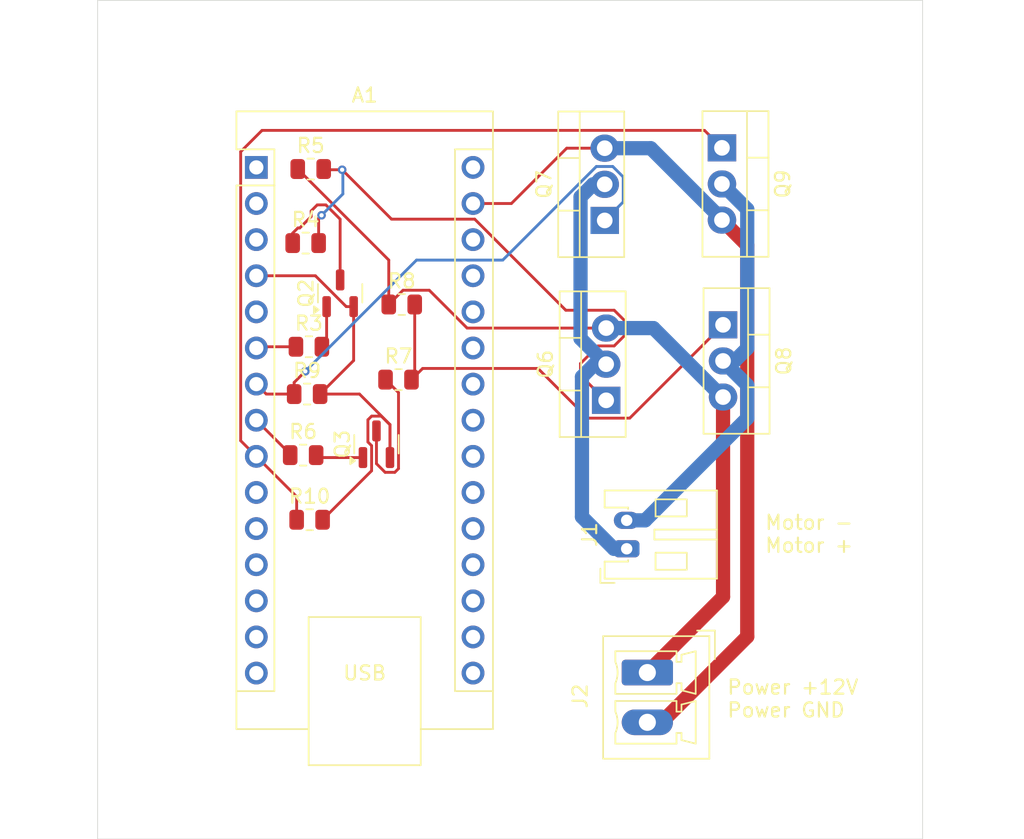
<source format=kicad_pcb>
(kicad_pcb (version 20241229) (generator "pcbnew") (generator_version "9.0")
  (layers (0 "F.Cu" signal) (2 "B.Cu" signal) (13 "F.Paste" user) (15 "B.Paste" user) (5 "F.SilkS" user "F.Silkscreen") (7 "B.SilkS" user "B.Silkscreen") (1 "F.Mask" user) (3 "B.Mask" user) (25 "Edge.Cuts" user))
  (net 0 "")
  (net 5 "LeftHigh")
  (net 7 "RightHigh")
  (net 15 "RightLow")
  (net 16 "GND")
  (net 26 "LeftLow")
  (net 30 "Net-(Q2-B)")
  (net 31 "Net-(Q2-C)")
  (net 32 "Net-(Q3-C)")
  (net 33 "Net-(Q3-B)")
  (net 34 "/Motor+")
  (net 35 "+12V")
  (net 36 "Net-(Q6-G)")
  (net 37 "Net-(Q8-G)")
  (net 38 "/Motor-")
  (footprint "Resistor_SMD:R_0805_2012Metric" (layer "F.Cu") (at 627.6848 350.1898)
    (property "Reference" "R10" (at 0 -1.65 0) (layer "F.SilkS"))
    (property "Value" "10k")
    (fp_line (start -0.227064 -0.735) (end 0.227064 -0.735) (stroke (width 0.12)) (layer "F.SilkS"))
    (fp_line (start -0.227064 0.735) (end 0.227064 0.735) (stroke (width 0.12)) (layer "F.SilkS"))
    (pad "1" smd roundrect (at -0.9125 0) (size 1.025 1.4) (layers "F.Cu" "F.Mask" "F.Paste") (roundrect_rratio 0.243902) (net 15 "RightLow"))
    (pad "2" smd roundrect (at 0.9125 0) (size 1.025 1.4) (layers "F.Cu" "F.Mask" "F.Paste") (roundrect_rratio 0.243902) (net 16 "GND"))
  )
  (footprint "Resistor_SMD:R_0805_2012Metric" (layer "F.Cu") (at 633.9351 340.3346)
    (property "Reference" "R7" (at 0 -1.65 0) (layer "F.SilkS"))
    (property "Value" "330")
    (fp_line (start -0.227064 -0.735) (end 0.227064 -0.735) (stroke (width 0.12)) (layer "F.SilkS"))
    (fp_line (start -0.227064 0.735) (end 0.227064 0.735) (stroke (width 0.12)) (layer "F.SilkS"))
    (pad "1" smd roundrect (at -0.9125 0) (size 1.025 1.4) (layers "F.Cu" "F.Mask" "F.Paste") (roundrect_rratio 0.243902) (net 32 "Net-(Q3-C)"))
    (pad "2" smd roundrect (at 0.9125 0) (size 1.025 1.4) (layers "F.Cu" "F.Mask" "F.Paste") (roundrect_rratio 0.243902) (net 37 "Net-(Q8-G)"))
  )
  (footprint "Package_TO_SOT_THT:TO-220-3_Vertical" (layer "F.Cu") (at 656.7566 336.482201 -90)
    (property "Reference" "Q8" (at 2.54 -4.27 90) (layer "F.SilkS"))
    (property "Value" "IRF4905")
    (fp_line (start -2.58 1.371) (end 7.66 1.371) (stroke (width 0.12)) (layer "F.SilkS"))
    (fp_line (start -2.58 -1.76) (end 7.66 -1.76) (stroke (width 0.12)) (layer "F.SilkS"))
    (fp_line (start -2.58 -3.27) (end -2.58 1.371) (stroke (width 0.12)) (layer "F.SilkS"))
    (fp_line (start -2.58 -3.27) (end 7.66 -3.27) (stroke (width 0.12)) (layer "F.SilkS"))
    (fp_line (start 0.69 -3.27) (end 0.69 -1.76) (stroke (width 0.12)) (layer "F.SilkS"))
    (fp_line (start 4.391 -3.27) (end 4.391 -1.76) (stroke (width 0.12)) (layer "F.SilkS"))
    (fp_line (start 7.66 -3.27) (end 7.66 1.371) (stroke (width 0.12)) (layer "F.SilkS"))
    (pad "1" thru_hole rect (at 0 0 270) (size 1.905 2) (drill 1.1) (layers "*.Cu" "*.Mask") (net 37 "Net-(Q8-G)"))
    (pad "2" thru_hole oval (at 2.54 0 270) (size 1.905 2) (drill 1.1) (layers "*.Cu" "*.Mask") (net 38 "/Motor-"))
    (pad "3" thru_hole oval (at 5.08 0 270) (size 1.905 2) (drill 1.1) (layers "*.Cu" "*.Mask") (net 35 "+12V"))
  )
  (footprint "MountingHole:MountingHole_3.2mm_M3_DIN965" (layer "F.Cu") (at 665.3784 318.3128)
    (property "Reference" "REF**" (hide yes))
    (property "Value" "MountingHole_3.2mm_M3_DIN965")
    (pad "" np_thru_hole circle (at 0 0) (size 3.2 3.2) (drill 3.2) (layers "*.Cu" "*.Mask"))
  )
  (footprint "Resistor_SMD:R_0805_2012Metric" (layer "F.Cu") (at 627.634 338.0232)
    (property "Reference" "R3" (at 0 -1.65 0) (layer "F.SilkS"))
    (property "Value" "330")
    (fp_line (start -0.227064 -0.735) (end 0.227064 -0.735) (stroke (width 0.12)) (layer "F.SilkS"))
    (fp_line (start -0.227064 0.735) (end 0.227064 0.735) (stroke (width 0.12)) (layer "F.SilkS"))
    (pad "1" smd roundrect (at -0.9125 0) (size 1.025 1.4) (layers "F.Cu" "F.Mask" "F.Paste") (roundrect_rratio 0.243902) (net 5 "LeftHigh"))
    (pad "2" smd roundrect (at 0.9125 0) (size 1.025 1.4) (layers "F.Cu" "F.Mask" "F.Paste") (roundrect_rratio 0.243902) (net 30 "Net-(Q2-B)"))
  )
  (footprint "Resistor_SMD:R_0805_2012Metric" (layer "F.Cu") (at 627.4054 330.7334)
    (property "Reference" "R4" (at 0 -1.65 0) (layer "F.SilkS"))
    (property "Value" "330")
    (fp_line (start -0.227064 -0.735) (end 0.227064 -0.735) (stroke (width 0.12)) (layer "F.SilkS"))
    (fp_line (start -0.227064 0.735) (end 0.227064 0.735) (stroke (width 0.12)) (layer "F.SilkS"))
    (pad "1" smd roundrect (at -0.9125 0) (size 1.025 1.4) (layers "F.Cu" "F.Mask" "F.Paste") (roundrect_rratio 0.243902) (net 31 "Net-(Q2-C)"))
    (pad "2" smd roundrect (at 0.9125 0) (size 1.025 1.4) (layers "F.Cu" "F.Mask" "F.Paste") (roundrect_rratio 0.243902) (net 36 "Net-(Q6-G)"))
  )
  (footprint "Module:Arduino_Nano" (layer "F.Cu") (at 623.9363 325.4108)
    (property "Reference" "A1" (at 7.62 -5.08 0) (layer "F.SilkS"))
    (property "Value" "Arduino_Nano_ESP32")
    (fp_line (start -1.4 -3.94) (end -1.4 -1.27) (stroke (width 0.12)) (layer "F.SilkS"))
    (fp_line (start -1.4 1.27) (end -1.4 39.5) (stroke (width 0.12)) (layer "F.SilkS"))
    (fp_line (start -1.4 39.5) (end 3.68 39.5) (stroke (width 0.12)) (layer "F.SilkS"))
    (fp_line (start 1.27 -1.27) (end -1.4 -1.27) (stroke (width 0.12)) (layer "F.SilkS"))
    (fp_line (start 1.27 1.27) (end -1.4 1.27) (stroke (width 0.12)) (layer "F.SilkS"))
    (fp_line (start 1.27 1.27) (end 1.27 -1.27) (stroke (width 0.12)) (layer "F.SilkS"))
    (fp_line (start 1.27 1.27) (end 1.27 36.83) (stroke (width 0.12)) (layer "F.SilkS"))
    (fp_line (start 1.27 36.83) (end -1.4 36.83) (stroke (width 0.12)) (layer "F.SilkS"))
    (fp_line (start 3.68 31.62) (end 11.56 31.62) (stroke (width 0.12)) (layer "F.SilkS"))
    (fp_line (start 3.68 42.04) (end 3.68 31.62) (stroke (width 0.12)) (layer "F.SilkS"))
    (fp_line (start 11.56 31.62) (end 11.56 42.04) (stroke (width 0.12)) (layer "F.SilkS"))
    (fp_line (start 11.56 42.04) (end 3.68 42.04) (stroke (width 0.12)) (layer "F.SilkS"))
    (fp_line (start 13.97 -1.27) (end 13.97 36.83) (stroke (width 0.12)) (layer "F.SilkS"))
    (fp_line (start 13.97 -1.27) (end 16.64 -1.27) (stroke (width 0.12)) (layer "F.SilkS"))
    (fp_line (start 13.97 36.83) (end 16.64 36.83) (stroke (width 0.12)) (layer "F.SilkS"))
    (fp_line (start 16.64 -3.94) (end -1.4 -3.94) (stroke (width 0.12)) (layer "F.SilkS"))
    (fp_line (start 16.64 39.5) (end 11.56 39.5) (stroke (width 0.12)) (layer "F.SilkS"))
    (fp_line (start 16.64 39.5) (end 16.64 -3.94) (stroke (width 0.12)) (layer "F.SilkS"))
    (fp_text user "USB" (at 7.62 35.56 0) (layer "F.SilkS"))
    (pad "1" thru_hole rect (at 0 0) (size 1.6 1.6) (drill 1) (layers "*.Cu" "*.Mask"))
    (pad "2" thru_hole oval (at 0 2.54) (size 1.6 1.6) (drill 1) (layers "*.Cu" "*.Mask"))
    (pad "3" thru_hole oval (at 0 5.08) (size 1.6 1.6) (drill 1) (layers "*.Cu" "*.Mask"))
    (pad "4" thru_hole oval (at 0 7.62) (size 1.6 1.6) (drill 1) (layers "*.Cu" "*.Mask") (net 16 "GND"))
    (pad "5" thru_hole oval (at 0 10.16) (size 1.6 1.6) (drill 1) (layers "*.Cu" "*.Mask"))
    (pad "6" thru_hole oval (at 0 12.7) (size 1.6 1.6) (drill 1) (layers "*.Cu" "*.Mask") (net 5 "LeftHigh"))
    (pad "7" thru_hole oval (at 0 15.24) (size 1.6 1.6) (drill 1) (layers "*.Cu" "*.Mask") (net 26 "LeftLow"))
    (pad "8" thru_hole oval (at 0 17.78) (size 1.6 1.6) (drill 1) (layers "*.Cu" "*.Mask") (net 7 "RightHigh"))
    (pad "9" thru_hole oval (at 0 20.32) (size 1.6 1.6) (drill 1) (layers "*.Cu" "*.Mask") (net 15 "RightLow"))
    (pad "10" thru_hole oval (at 0 22.86) (size 1.6 1.6) (drill 1) (layers "*.Cu" "*.Mask"))
    (pad "11" thru_hole oval (at 0 25.4) (size 1.6 1.6) (drill 1) (layers "*.Cu" "*.Mask"))
    (pad "12" thru_hole oval (at 0 27.94) (size 1.6 1.6) (drill 1) (layers "*.Cu" "*.Mask"))
    (pad "13" thru_hole oval (at 0 30.48) (size 1.6 1.6) (drill 1) (layers "*.Cu" "*.Mask"))
    (pad "14" thru_hole oval (at 0 33.02) (size 1.6 1.6) (drill 1) (layers "*.Cu" "*.Mask"))
    (pad "15" thru_hole oval (at 0 35.56) (size 1.6 1.6) (drill 1) (layers "*.Cu" "*.Mask"))
    (pad "16" thru_hole oval (at 15.24 35.56) (size 1.6 1.6) (drill 1) (layers "*.Cu" "*.Mask"))
    (pad "17" thru_hole oval (at 15.24 33.02) (size 1.6 1.6) (drill 1) (layers "*.Cu" "*.Mask"))
    (pad "18" thru_hole oval (at 15.24 30.48) (size 1.6 1.6) (drill 1) (layers "*.Cu" "*.Mask"))
    (pad "19" thru_hole oval (at 15.24 27.94) (size 1.6 1.6) (drill 1) (layers "*.Cu" "*.Mask"))
    (pad "20" thru_hole oval (at 15.24 25.4) (size 1.6 1.6) (drill 1) (layers "*.Cu" "*.Mask"))
    (pad "21" thru_hole oval (at 15.24 22.86) (size 1.6 1.6) (drill 1) (layers "*.Cu" "*.Mask"))
    (pad "22" thru_hole oval (at 15.24 20.32) (size 1.6 1.6) (drill 1) (layers "*.Cu" "*.Mask"))
    (pad "23" thru_hole oval (at 15.24 17.78) (size 1.6 1.6) (drill 1) (layers "*.Cu" "*.Mask"))
    (pad "24" thru_hole oval (at 15.24 15.24) (size 1.6 1.6) (drill 1) (layers "*.Cu" "*.Mask"))
    (pad "25" thru_hole oval (at 15.24 12.7) (size 1.6 1.6) (drill 1) (layers "*.Cu" "*.Mask"))
    (pad "26" thru_hole oval (at 15.24 10.16) (size 1.6 1.6) (drill 1) (layers "*.Cu" "*.Mask"))
    (pad "27" thru_hole oval (at 15.24 7.62) (size 1.6 1.6) (drill 1) (layers "*.Cu" "*.Mask"))
    (pad "28" thru_hole oval (at 15.24 5.08) (size 1.6 1.6) (drill 1) (layers "*.Cu" "*.Mask"))
    (pad "29" thru_hole oval (at 15.24 2.54) (size 1.6 1.6) (drill 1) (layers "*.Cu" "*.Mask") (net 16 "GND"))
    (pad "30" thru_hole oval (at 15.24 0) (size 1.6 1.6) (drill 1) (layers "*.Cu" "*.Mask"))
  )
  (footprint "Connector_TE-Connectivity:TE_440055-2_1x02_P2.00mm_Horizontal" (layer "F.Cu") (at 649.98 352.230201 90)
    (property "Reference" "J1" (at 1 -2.6 90) (layer "F.SilkS"))
    (property "Value" "Conn_01x02")
    (fp_line (start -2.4 -1.85) (end -1.4 -1.85) (stroke (width 0.12)) (layer "F.SilkS"))
    (fp_line (start -2.4 -1.85) (end -2.4 -0.85) (stroke (width 0.12)) (layer "F.SilkS"))
    (fp_line (start 4.1 -1.55) (end 2.9 -1.55) (stroke (width 0.12)) (layer "F.SilkS"))
    (fp_line (start 2.9 -1.55) (end 2.9 0.1) (stroke (width 0.12)) (layer "F.SilkS"))
    (fp_line (start -0.9 -1.55) (end -2.1 -1.55) (stroke (width 0.12)) (layer "F.SilkS"))
    (fp_line (start -2.1 -1.55) (end -2.1 6.35) (stroke (width 0.12)) (layer "F.SilkS"))
    (fp_line (start 2.9 0.1) (end 2.8 0.1) (stroke (width 0.12)) (layer "F.SilkS"))
    (fp_line (start -0.8 0.1) (end -0.9 0.1) (stroke (width 0.12)) (layer "F.SilkS"))
    (fp_line (start -0.9 0.1) (end -0.9 -1.55) (stroke (width 0.12)) (layer "F.SilkS"))
    (fp_line (start 1.35 1.95) (end 1.35 6.35) (stroke (width 0.12)) (layer "F.SilkS"))
    (fp_line (start 0.65 1.95) (end 1.35 1.95) (stroke (width 0.12)) (layer "F.SilkS"))
    (fp_line (start 0.65 1.95) (end 0.65 6.35) (stroke (width 0.12)) (layer "F.SilkS"))
    (fp_line (start 4.1 6.35) (end 4.1 -1.55) (stroke (width 0.12)) (layer "F.SilkS"))
    (fp_line (start -2.1 6.35) (end 4.1 6.35) (stroke (width 0.12)) (layer "F.SilkS"))
    (fp_rect (start 2.275 2.03) (end 3.475 4.23) (stroke (width 0.12)) (fill no) (layer "F.SilkS"))
    (fp_rect (start -1.475 2.03) (end -0.275 4.23) (stroke (width 0.12)) (fill no) (layer "F.SilkS"))
    (pad "1" thru_hole roundrect (at 0 0 90) (size 1.2 1.8) (drill 0.8) (layers "*.Cu" "*.Mask") (net 34 "/Motor+"))
    (pad "2" thru_hole oval (at 2 0 90) (size 1.2 1.8) (drill 0.8) (layers "*.Cu" "*.Mask") (net 38 "/Motor-"))
  )
  (footprint "MountingHole:MountingHole_3.2mm_M3_DIN965" (layer "F.Cu") (at 618.4646 367.4364)
    (property "Reference" "REF**" (hide yes))
    (property "Value" "MountingHole_3.2mm_M3_DIN965")
    (pad "" np_thru_hole circle (at 0 0) (size 3.2 3.2) (drill 3.2) (layers "*.Cu" "*.Mask"))
  )
  (footprint "MountingHole:MountingHole_3.2mm_M3_DIN965" (layer "F.Cu") (at 618.4646 318.3128)
    (property "Reference" "REF**" (hide yes))
    (property "Value" "MountingHole_3.2mm_M3_DIN965")
    (pad "" np_thru_hole circle (at 0 0) (size 3.2 3.2) (drill 3.2) (layers "*.Cu" "*.Mask"))
  )
  (footprint "Resistor_SMD:R_0805_2012Metric" (layer "F.Cu") (at 627.2295 345.6432)
    (property "Reference" "R6" (at 0 -1.65 0) (layer "F.SilkS"))
    (property "Value" "330")
    (fp_line (start -0.227064 -0.735) (end 0.227064 -0.735) (stroke (width 0.12)) (layer "F.SilkS"))
    (fp_line (start -0.227064 0.735) (end 0.227064 0.735) (stroke (width 0.12)) (layer "F.SilkS"))
    (pad "1" smd roundrect (at -0.9125 0) (size 1.025 1.4) (layers "F.Cu" "F.Mask" "F.Paste") (roundrect_rratio 0.243902) (net 7 "RightHigh"))
    (pad "2" smd roundrect (at 0.9125 0) (size 1.025 1.4) (layers "F.Cu" "F.Mask" "F.Paste") (roundrect_rratio 0.243902) (net 33 "Net-(Q3-B)"))
  )
  (footprint "MountingHole:MountingHole_3.2mm_M3_DIN965" (layer "F.Cu") (at 665.3784 367.4364)
    (property "Reference" "REF**" (hide yes))
    (property "Value" "MountingHole_3.2mm_M3_DIN965")
    (pad "" np_thru_hole circle (at 0 0) (size 3.2 3.2) (drill 3.2) (layers "*.Cu" "*.Mask"))
  )
  (footprint "Resistor_SMD:R_0805_2012Metric" (layer "F.Cu") (at 634.1618 335.0514)
    (property "Reference" "R8" (at 0 -1.65 0) (layer "F.SilkS"))
    (property "Value" "10k")
    (fp_line (start -0.227064 -0.735) (end 0.227064 -0.735) (stroke (width 0.12)) (layer "F.SilkS"))
    (fp_line (start -0.227064 0.735) (end 0.227064 0.735) (stroke (width 0.12)) (layer "F.SilkS"))
    (pad "1" smd roundrect (at -0.9125 0) (size 1.025 1.4) (layers "F.Cu" "F.Mask" "F.Paste") (roundrect_rratio 0.243902) (net 35 "+12V"))
    (pad "2" smd roundrect (at 0.9125 0) (size 1.025 1.4) (layers "F.Cu" "F.Mask" "F.Paste") (roundrect_rratio 0.243902) (net 37 "Net-(Q8-G)"))
  )
  (footprint "Connector_Phoenix_MC:PhoenixContact_MCV_1,5_2-G-3.5_1x02_P3.50mm_Vertical" (layer "F.Cu") (at 651.4338 360.934 -90)
    (property "Reference" "J2" (at 1.651 4.7244 90) (layer "F.SilkS"))
    (property "Value" "Conn_01x02")
    (fp_line (start -2.56 3.11) (end 6.06 3.11) (stroke (width 0.12)) (layer "F.SilkS"))
    (fp_line (start 6.06 3.11) (end 6.06 -4.36) (stroke (width 0.12)) (layer "F.SilkS"))
    (fp_line (start -1.5 2.25) (end -1.5 -2.05) (stroke (width 0.12)) (layer "F.SilkS"))
    (fp_line (start -0.75 2.25) (end -1.5 2.25) (stroke (width 0.12)) (layer "F.SilkS"))
    (fp_line (start 1.5 2.25) (end 0.75 2.25) (stroke (width 0.12)) (layer "F.SilkS"))
    (fp_line (start 2 2.25) (end 2 -2.05) (stroke (width 0.12)) (layer "F.SilkS"))
    (fp_line (start 2.75 2.25) (end 2 2.25) (stroke (width 0.12)) (layer "F.SilkS"))
    (fp_line (start 5 2.25) (end 4.25 2.25) (stroke (width 0.12)) (layer "F.SilkS"))
    (fp_line (start -1.5 -2.05) (end -0.75 -2.05) (stroke (width 0.12)) (layer "F.SilkS"))
    (fp_line (start -0.75 -2.05) (end -0.75 -2.4) (stroke (width 0.12)) (layer "F.SilkS"))
    (fp_line (start 0.75 -2.05) (end 1.5 -2.05) (stroke (width 0.12)) (layer "F.SilkS"))
    (fp_line (start 1.5 -2.05) (end 1.5 2.25) (stroke (width 0.12)) (layer "F.SilkS"))
    (fp_line (start 2 -2.05) (end 2.75 -2.05) (stroke (width 0.12)) (layer "F.SilkS"))
    (fp_line (start 2.75 -2.05) (end 2.75 -2.4) (stroke (width 0.12)) (layer "F.SilkS"))
    (fp_line (start 4.25 -2.05) (end 5 -2.05) (stroke (width 0.12)) (layer "F.SilkS"))
    (fp_line (start 5 -2.05) (end 5 2.25) (stroke (width 0.12)) (layer "F.SilkS"))
    (fp_line (start -1.25 -2.4) (end -1.5 -3.4) (stroke (width 0.12)) (layer "F.SilkS"))
    (fp_line (start -0.75 -2.4) (end -1.25 -2.4) (stroke (width 0.12)) (layer "F.SilkS"))
    (fp_line (start 0.75 -2.4) (end 0.75 -2.05) (stroke (width 0.12)) (layer "F.SilkS"))
    (fp_line (start 1.25 -2.4) (end 0.75 -2.4) (stroke (width 0.12)) (layer "F.SilkS"))
    (fp_line (start 2.25 -2.4) (end 2 -3.4) (stroke (width 0.12)) (layer "F.SilkS"))
    (fp_line (start 2.75 -2.4) (end 2.25 -2.4) (stroke (width 0.12)) (layer "F.SilkS"))
    (fp_line (start 4.25 -2.4) (end 4.25 -2.05) (stroke (width 0.12)) (layer "F.SilkS"))
    (fp_line (start 4.75 -2.4) (end 4.25 -2.4) (stroke (width 0.12)) (layer "F.SilkS"))
    (fp_line (start -1.5 -3.4) (end 1.5 -3.4) (stroke (width 0.12)) (layer "F.SilkS"))
    (fp_line (start 1.5 -3.4) (end 1.25 -2.4) (stroke (width 0.12)) (layer "F.SilkS"))
    (fp_line (start 2 -3.4) (end 5 -3.4) (stroke (width 0.12)) (layer "F.SilkS"))
    (fp_line (start 5 -3.4) (end 4.75 -2.4) (stroke (width 0.12)) (layer "F.SilkS"))
    (fp_line (start -2.95 -3.5) (end -2.95 -4.75) (stroke (width 0.12)) (layer "F.SilkS"))
    (fp_line (start -2.56 -4.36) (end -2.56 3.11) (stroke (width 0.12)) (layer "F.SilkS"))
    (fp_line (start 6.06 -4.36) (end -2.56 -4.36) (stroke (width 0.12)) (layer "F.SilkS"))
    (fp_line (start -2.95 -4.75) (end -0.95 -4.75) (stroke (width 0.12)) (layer "F.SilkS"))
    (fp_arc (start -0.75 2.25) (mid -0.000193 2.09191) (end 0.749647 2.249844) (stroke (width 0.12)) (layer "F.SilkS"))
    (fp_arc (start 2.75 2.25) (mid 3.499807 2.09191) (end 4.249647 2.249844) (stroke (width 0.12)) (layer "F.SilkS"))
    (pad "1" thru_hole roundrect (at 0 0 270) (size 1.8 3.6) (drill 1.2) (layers "*.Cu" "*.Mask") (roundrect_rratio 0.138889) (net 35 "+12V"))
    (pad "2" thru_hole oval (at 3.5 0 270) (size 1.8 3.6) (drill 1.2) (layers "*.Cu" "*.Mask") (net 16 "GND"))
  )
  (footprint "Package_TO_SOT_SMD:SOT-23" (layer "F.Cu") (at 632.3838 344.8789 90)
    (property "Reference" "Q3" (at 0 -2.4 90) (layer "F.SilkS"))
    (property "Value" "MMBT5551L")
    (fp_line (start 0 -1.56) (end 0.65 -1.56) (stroke (width 0.12)) (layer "F.SilkS"))
    (fp_line (start 0 -1.56) (end -0.65 -1.56) (stroke (width 0.12)) (layer "F.SilkS"))
    (fp_line (start 0 1.56) (end 0.65 1.56) (stroke (width 0.12)) (layer "F.SilkS"))
    (fp_line (start 0 1.56) (end -0.65 1.56) (stroke (width 0.12)) (layer "F.SilkS"))
    (fp_poly (pts (xy -1.1625 -1.51) (xy -1.4025 -1.84) (xy -0.9225 -1.84) (xy -1.1625 -1.51)) (stroke (width 0.12)) (fill yes) (layer "F.SilkS"))
    (pad "1" smd roundrect (at -0.9375 -0.95 90) (size 1.475 0.6) (layers "F.Cu" "F.Mask" "F.Paste") (net 33 "Net-(Q3-B)"))
    (pad "2" smd roundrect (at -0.9375 0.95 90) (size 1.475 0.6) (layers "F.Cu" "F.Mask" "F.Paste") (net 16 "GND"))
    (pad "3" smd roundrect (at 0.9375 0 90) (size 1.475 0.6) (layers "F.Cu" "F.Mask" "F.Paste") (net 32 "Net-(Q3-C)"))
  )
  (footprint "Package_TO_SOT_THT:TO-220-3_Vertical" (layer "F.Cu") (at 648.5374 341.790801 90)
    (property "Reference" "Q6" (at 2.54 -4.27 90) (layer "F.SilkS"))
    (property "Value" "IRF4905")
    (fp_line (start 7.66 -3.27) (end 7.66 1.371) (stroke (width 0.12)) (layer "F.SilkS"))
    (fp_line (start 4.391 -3.27) (end 4.391 -1.76) (stroke (width 0.12)) (layer "F.SilkS"))
    (fp_line (start 0.69 -3.27) (end 0.69 -1.76) (stroke (width 0.12)) (layer "F.SilkS"))
    (fp_line (start -2.58 -3.27) (end 7.66 -3.27) (stroke (width 0.12)) (layer "F.SilkS"))
    (fp_line (start -2.58 -3.27) (end -2.58 1.371) (stroke (width 0.12)) (layer "F.SilkS"))
    (fp_line (start -2.58 -1.76) (end 7.66 -1.76) (stroke (width 0.12)) (layer "F.SilkS"))
    (fp_line (start -2.58 1.371) (end 7.66 1.371) (stroke (width 0.12)) (layer "F.SilkS"))
    (pad "1" thru_hole rect (at 0 0 90) (size 1.905 2) (drill 1.1) (layers "*.Cu" "*.Mask") (net 36 "Net-(Q6-G)"))
    (pad "2" thru_hole oval (at 2.54 0 90) (size 1.905 2) (drill 1.1) (layers "*.Cu" "*.Mask") (net 34 "/Motor+"))
    (pad "3" thru_hole oval (at 5.08 0 90) (size 1.905 2) (drill 1.1) (layers "*.Cu" "*.Mask") (net 35 "+12V"))
  )
  (footprint "Resistor_SMD:R_0805_2012Metric" (layer "F.Cu") (at 627.5089 341.3506)
    (property "Reference" "R9" (at 0 -1.65 0) (layer "F.SilkS"))
    (property "Value" "10k")
    (fp_line (start -0.227064 -0.735) (end 0.227064 -0.735) (stroke (width 0.12)) (layer "F.SilkS"))
    (fp_line (start -0.227064 0.735) (end 0.227064 0.735) (stroke (width 0.12)) (layer "F.SilkS"))
    (pad "1" smd roundrect (at -0.9125 0) (size 1.025 1.4) (layers "F.Cu" "F.Mask" "F.Paste") (roundrect_rratio 0.243902) (net 26 "LeftLow"))
    (pad "2" smd roundrect (at 0.9125 0) (size 1.025 1.4) (layers "F.Cu" "F.Mask" "F.Paste") (roundrect_rratio 0.243902) (net 16 "GND"))
  )
  (footprint "Package_TO_SOT_THT:TO-220-3_Vertical" (layer "F.Cu") (at 648.4358 329.141601 90)
    (property "Reference" "Q7" (at 2.54 -4.27 90) (layer "F.SilkS"))
    (property "Value" "IRF3205")
    (fp_line (start 7.66 -3.27) (end 7.66 1.371) (stroke (width 0.12)) (layer "F.SilkS"))
    (fp_line (start 4.391 -3.27) (end 4.391 -1.76) (stroke (width 0.12)) (layer "F.SilkS"))
    (fp_line (start 0.69 -3.27) (end 0.69 -1.76) (stroke (width 0.12)) (layer "F.SilkS"))
    (fp_line (start -2.58 -3.27) (end 7.66 -3.27) (stroke (width 0.12)) (layer "F.SilkS"))
    (fp_line (start -2.58 -3.27) (end -2.58 1.371) (stroke (width 0.12)) (layer "F.SilkS"))
    (fp_line (start -2.58 -1.76) (end 7.66 -1.76) (stroke (width 0.12)) (layer "F.SilkS"))
    (fp_line (start -2.58 1.371) (end 7.66 1.371) (stroke (width 0.12)) (layer "F.SilkS"))
    (pad "1" thru_hole rect (at 0 0 90) (size 1.905 2) (drill 1.1) (layers "*.Cu" "*.Mask") (net 26 "LeftLow"))
    (pad "2" thru_hole oval (at 2.54 0 90) (size 1.905 2) (drill 1.1) (layers "*.Cu" "*.Mask") (net 34 "/Motor+"))
    (pad "3" thru_hole oval (at 5.08 0 90) (size 1.905 2) (drill 1.1) (layers "*.Cu" "*.Mask") (net 16 "GND"))
  )
  (footprint "Package_TO_SOT_THT:TO-220-3_Vertical" (layer "F.Cu") (at 656.6804 324.036201 -90)
    (property "Reference" "Q9" (at 2.54 -4.27 90) (layer "F.SilkS"))
    (property "Value" "IRF3205")
    (fp_line (start -2.58 1.371) (end 7.66 1.371) (stroke (width 0.12)) (layer "F.SilkS"))
    (fp_line (start -2.58 -1.76) (end 7.66 -1.76) (stroke (width 0.12)) (layer "F.SilkS"))
    (fp_line (start -2.58 -3.27) (end -2.58 1.371) (stroke (width 0.12)) (layer "F.SilkS"))
    (fp_line (start -2.58 -3.27) (end 7.66 -3.27) (stroke (width 0.12)) (layer "F.SilkS"))
    (fp_line (start 0.69 -3.27) (end 0.69 -1.76) (stroke (width 0.12)) (layer "F.SilkS"))
    (fp_line (start 4.391 -3.27) (end 4.391 -1.76) (stroke (width 0.12)) (layer "F.SilkS"))
    (fp_line (start 7.66 -3.27) (end 7.66 1.371) (stroke (width 0.12)) (layer "F.SilkS"))
    (pad "1" thru_hole rect (at 0 0 270) (size 1.905 2) (drill 1.1) (layers "*.Cu" "*.Mask") (net 15 "RightLow"))
    (pad "2" thru_hole oval (at 2.54 0 270) (size 1.905 2) (drill 1.1) (layers "*.Cu" "*.Mask") (net 38 "/Motor-"))
    (pad "3" thru_hole oval (at 5.08 0 270) (size 1.905 2) (drill 1.1) (layers "*.Cu" "*.Mask") (net 16 "GND"))
  )
  (footprint "Package_TO_SOT_SMD:SOT-23" (layer "F.Cu") (at 629.8297 334.264 90)
    (property "Reference" "Q2" (at 0 -2.4 90) (layer "F.SilkS"))
    (property "Value" "MMBT5551L")
    (fp_line (start 0 -1.56) (end 0.65 -1.56) (stroke (width 0.12)) (layer "F.SilkS"))
    (fp_line (start 0 -1.56) (end -0.65 -1.56) (stroke (width 0.12)) (layer "F.SilkS"))
    (fp_line (start 0 1.56) (end 0.65 1.56) (stroke (width 0.12)) (layer "F.SilkS"))
    (fp_line (start 0 1.56) (end -0.65 1.56) (stroke (width 0.12)) (layer "F.SilkS"))
    (fp_poly (pts (xy -1.1625 -1.51) (xy -1.4025 -1.84) (xy -0.9225 -1.84) (xy -1.1625 -1.51)) (stroke (width 0.12)) (fill yes) (layer "F.SilkS"))
    (pad "1" smd roundrect (at -0.9375 -0.95 90) (size 1.475 0.6) (layers "F.Cu" "F.Mask" "F.Paste") (net 30 "Net-(Q2-B)"))
    (pad "2" smd roundrect (at -0.9375 0.95 90) (size 1.475 0.6) (layers "F.Cu" "F.Mask" "F.Paste") (net 16 "GND"))
    (pad "3" smd roundrect (at 0.9375 0 90) (size 1.475 0.6) (layers "F.Cu" "F.Mask" "F.Paste") (net 31 "Net-(Q2-C)"))
  )
  (footprint "Resistor_SMD:R_0805_2012Metric" (layer "F.Cu") (at 627.761 325.5264)
    (property "Reference" "R5" (at 0 -1.65 0) (layer "F.SilkS"))
    (property "Value" "10k")
    (fp_line (start -0.227064 -0.735) (end 0.227064 -0.735) (stroke (width 0.12)) (layer "F.SilkS"))
    (fp_line (start -0.227064 0.735) (end 0.227064 0.735) (stroke (width 0.12)) (layer "F.SilkS"))
    (pad "1" smd roundrect (at -0.9125 0) (size 1.025 1.4) (layers "F.Cu" "F.Mask" "F.Paste") (roundrect_rratio 0.243902) (net 35 "+12V"))
    (pad "2" smd roundrect (at 0.9125 0) (size 1.025 1.4) (layers "F.Cu" "F.Mask" "F.Paste") (roundrect_rratio 0.243902) (net 36 "Net-(Q6-G)"))
  )
  (gr_rect (start 612.775 313.6646) (end 670.7886 372.6434) (stroke (width 0.05)) (fill no) (layer "Edge.Cuts"))
  (gr_text "Motor -\nMotor +" (at 659.638 352.5774 0) (layer "F.SilkS") (effects (font (size 1 1)) (justify left bottom)))
  (gr_text "Power +12V\nPower GND\n" (at 656.971 364.1598 0) (layer "F.SilkS") (effects (font (size 1 1)) (justify left bottom)))
  (segment (start 626.7215 338.0232) (end 624.0239 338.0232) (width 0.2) (layer "F.Cu") (net 5))
  (segment (start 624.0239 338.0232) (end 623.9363 338.1108) (width 0.2) (layer "F.Cu") (net 5))
  (segment (start 626.317 345.5715) (end 623.9363 343.1908) (width 0.2) (layer "F.Cu") (net 7))
  (segment (start 626.317 345.6432) (end 626.317 345.5715) (width 0.2) (layer "F.Cu") (net 7))
  (segment (start 622.8353 324.3098) (end 622.8353 344.6298) (width 0.2) (layer "F.Cu") (net 15))
  (segment (start 655.4523 322.808101) (end 624.336999 322.808101) (width 0.2) (layer "F.Cu") (net 15))
  (segment (start 656.6804 324.036201) (end 655.4523 322.808101) (width 0.2) (layer "F.Cu") (net 15))
  (segment (start 622.8353 344.6298) (end 623.9363 345.7308) (width 0.2) (layer "F.Cu") (net 15))
  (segment (start 626.7723 350.1898) (end 626.7723 348.5668) (width 0.2) (layer "F.Cu") (net 15))
  (segment (start 626.7723 348.5668) (end 623.9363 345.7308) (width 0.2) (layer "F.Cu") (net 15))
  (segment (start 624.336999 322.808101) (end 622.8353 324.3098) (width 0.2) (layer "F.Cu") (net 15))
  (segment (start 628.4214 341.3506) (end 631.19 341.3506) (width 0.2) (layer "F.Cu") (net 16))
  (segment (start 645.761199 324.061601) (end 641.872 327.9508) (width 0.2) (layer "F.Cu") (net 16))
  (segment (start 628.4214 341.3506) (end 630.7797 338.9923) (width 0.2) (layer "F.Cu") (net 16))
  (segment (start 631.7828 343.162932) (end 632.042832 342.9029) (width 0.2) (layer "F.Cu") (net 16))
  (segment (start 632.724768 342.9029) (end 633.3338 343.511932) (width 0.2) (layer "F.Cu") (net 16))
  (segment (start 633.3338 343.4944) (end 633.3338 345.8164) (width 0.2) (layer "F.Cu") (net 16))
  (segment (start 633.3338 343.511932) (end 633.3338 345.8164) (width 0.2) (layer "F.Cu") (net 16))
  (segment (start 630.259168 335.2015) (end 628.088468 333.0308) (width 0.2) (layer "F.Cu") (net 16))
  (segment (start 631.7828 344.719868) (end 631.7828 343.162932) (width 0.2) (layer "F.Cu") (net 16))
  (segment (start 652.4338 364.434) (end 658.4576 358.4102) (width 1) (layer "F.Cu") (net 16))
  (segment (start 651.4338 364.434) (end 652.4338 364.434) (width 1) (layer "F.Cu") (net 16))
  (segment (start 630.7797 335.2015) (end 630.259168 335.2015) (width 0.2) (layer "F.Cu") (net 16))
  (segment (start 632.042832 342.9029) (end 632.724768 342.9029) (width 0.2) (layer "F.Cu") (net 16))
  (segment (start 632.042832 346.744268) (end 632.042832 344.9799) (width 0.2) (layer "F.Cu") (net 16))
  (segment (start 658.4576 330.893401) (end 656.6804 329.116201) (width 1) (layer "F.Cu") (net 16))
  (segment (start 648.4358 324.061601) (end 645.761199 324.061601) (width 0.2) (layer "F.Cu") (net 16))
  (segment (start 641.872 327.9508) (end 639.1763 327.9508) (width 0.2) (layer "F.Cu") (net 16))
  (segment (start 628.5973 350.1898) (end 632.042832 346.744268) (width 0.2) (layer "F.Cu") (net 16))
  (segment (start 658.4576 358.4102) (end 658.4576 330.893401) (width 1) (layer "F.Cu") (net 16))
  (segment (start 630.7797 338.9923) (end 630.7797 335.2015) (width 0.2) (layer "F.Cu") (net 16))
  (segment (start 631.19 341.3506) (end 633.3338 343.4944) (width 0.2) (layer "F.Cu") (net 16))
  (segment (start 632.042832 344.9799) (end 631.7828 344.719868) (width 0.2) (layer "F.Cu") (net 16))
  (segment (start 628.088468 333.0308) (end 623.9363 333.0308) (width 0.2) (layer "F.Cu") (net 16))
  (segment (start 656.6804 329.068701) (end 651.6733 324.061601) (width 1) (layer "B.Cu") (net 16))
  (segment (start 651.6733 324.061601) (end 648.4358 324.061601) (width 1) (layer "B.Cu") (net 16))
  (segment (start 656.6804 329.116201) (end 656.6804 329.068701) (width 1) (layer "B.Cu") (net 16))
  (segment (start 626.5964 340.534) (end 627.38 339.7504) (width 0.2) (layer "F.Cu") (net 26))
  (segment (start 624.6361 341.3506) (end 623.9363 340.6508) (width 0.2) (layer "F.Cu") (net 26))
  (segment (start 626.5964 341.3506) (end 626.5964 340.534) (width 0.2) (layer "F.Cu") (net 26))
  (segment (start 626.5964 341.3506) (end 624.6361 341.3506) (width 0.2) (layer "F.Cu") (net 26))
  (via (at 627.38 339.7504) (size 0.6) (drill 0.3) (layers "F.Cu" "B.Cu") (net 26))
  (segment (start 649.7368 326.082384) (end 649.7368 327.840601) (width 0.2) (layer "B.Cu") (net 26))
  (segment (start 627.38 339.7504) (end 635.2006 331.9298) (width 0.2) (layer "B.Cu") (net 26))
  (segment (start 641.263554 331.9298) (end 647.845253 325.348101) (width 0.2) (layer "B.Cu") (net 26))
  (segment (start 649.002517 325.348101) (end 649.7368 326.082384) (width 0.2) (layer "B.Cu") (net 26))
  (segment (start 635.2006 331.9298) (end 641.263554 331.9298) (width 0.2) (layer "B.Cu") (net 26))
  (segment (start 649.7368 327.840601) (end 648.4358 329.141601) (width 0.2) (layer "B.Cu") (net 26))
  (segment (start 647.845253 325.348101) (end 649.002517 325.348101) (width 0.2) (layer "B.Cu") (net 26))
  (segment (start 628.8797 335.2015) (end 628.8797 337.69) (width 0.2) (layer "F.Cu") (net 30))
  (segment (start 628.8797 337.69) (end 628.5465 338.0232) (width 0.2) (layer "F.Cu") (net 30))
  (segment (start 626.4929 330.7334) (end 626.4929 330.0334) (width 0.2) (layer "F.Cu") (net 31))
  (segment (start 627.793 328.475224) (end 628.220624 328.0476) (width 0.2) (layer "F.Cu") (net 31))
  (segment (start 626.8565 329.6698) (end 626.990552 329.6698) (width 0.2) (layer "F.Cu") (net 31))
  (segment (start 626.990552 329.6698) (end 627.793 328.867352) (width 0.2) (layer "F.Cu") (net 31))
  (segment (start 627.793 328.867352) (end 627.793 328.475224) (width 0.2) (layer "F.Cu") (net 31))
  (segment (start 628.825376 328.0476) (end 629.8297 329.051924) (width 0.2) (layer "F.Cu") (net 31))
  (segment (start 628.220624 328.0476) (end 628.825376 328.0476) (width 0.2) (layer "F.Cu") (net 31))
  (segment (start 626.4929 330.0334) (end 626.8565 329.6698) (width 0.2) (layer "F.Cu") (net 31))
  (segment (start 629.8297 329.051924) (end 629.8297 333.3265) (width 0.2) (layer "F.Cu") (net 31))
  (segment (start 632.992832 346.8549) (end 633.674768 346.8549) (width 0.2) (layer "F.Cu") (net 32))
  (segment (start 632.3838 343.9414) (end 632.3838 346.245868) (width 0.2) (layer "F.Cu") (net 32))
  (segment (start 633.674768 346.8549) (end 633.9348 346.594868) (width 0.2) (layer "F.Cu") (net 32))
  (segment (start 633.9348 346.594868) (end 633.9348 341.2468) (width 0.2) (layer "F.Cu") (net 32))
  (segment (start 633.9348 341.2468) (end 633.0226 340.3346) (width 0.2) (layer "F.Cu") (net 32))
  (segment (start 632.3838 346.245868) (end 632.992832 346.8549) (width 0.2) (layer "F.Cu") (net 32))
  (segment (start 628.3152 345.8164) (end 628.142 345.6432) (width 0.2) (layer "F.Cu") (net 33))
  (segment (start 631.4338 345.8164) (end 628.3152 345.8164) (width 0.2) (layer "F.Cu") (net 33))
  (segment (start 647.6213 326.601601) (end 646.7348 327.488101) (width 1) (layer "B.Cu") (net 34))
  (segment (start 649.080001 352.230201) (end 646.8364 349.9866) (width 1) (layer "B.Cu") (net 34))
  (segment (start 649.98 352.230201) (end 649.080001 352.230201) (width 1) (layer "B.Cu") (net 34))
  (segment (start 648.4358 326.601601) (end 647.6213 326.601601) (width 1) (layer "B.Cu") (net 34))
  (segment (start 646.7348 337.448201) (end 648.5374 339.250801) (width 1) (layer "B.Cu") (net 34))
  (segment (start 646.8364 340.137301) (end 647.7229 339.250801) (width 1) (layer "B.Cu") (net 34))
  (segment (start 646.8364 349.9866) (end 646.8364 340.137301) (width 1) (layer "B.Cu") (net 34))
  (segment (start 647.7229 339.250801) (end 648.5374 339.250801) (width 1) (layer "B.Cu") (net 34))
  (segment (start 646.7348 327.488101) (end 646.7348 337.448201) (width 1) (layer "B.Cu") (net 34))
  (segment (start 633.2493 335.0514) (end 634.2503 334.0504) (width 0.2) (layer "F.Cu") (net 35))
  (segment (start 651.4338 360.934) (end 656.7566 355.6112) (width 1) (layer "F.Cu") (net 35))
  (segment (start 633.2493 335.0514) (end 633.2493 331.9272) (width 0.2) (layer "F.Cu") (net 35))
  (segment (start 636.09885 334.0504) (end 638.759251 336.710801) (width 0.2) (layer "F.Cu") (net 35))
  (segment (start 634.2503 334.0504) (end 636.09885 334.0504) (width 0.2) (layer "F.Cu") (net 35))
  (segment (start 633.2493 331.9272) (end 626.8485 325.5264) (width 0.2) (layer "F.Cu") (net 35))
  (segment (start 656.7566 355.6112) (end 656.7566 341.562201) (width 1) (layer "F.Cu") (net 35))
  (segment (start 638.759251 336.710801) (end 648.5374 336.710801) (width 0.2) (layer "F.Cu") (net 35))
  (segment (start 656.711 341.562201) (end 651.8596 336.710801) (width 1) (layer "B.Cu") (net 35))
  (segment (start 651.8596 336.710801) (end 648.5374 336.710801) (width 1) (layer "B.Cu") (net 35))
  (segment (start 656.7566 341.562201) (end 656.711 341.562201) (width 1) (layer "B.Cu") (net 35))
  (segment (start 647.970683 337.964301) (end 649.104117 337.964301) (width 0.2) (layer "F.Cu") (net 36))
  (segment (start 646.7316 339.203384) (end 647.970683 337.964301) (width 0.2) (layer "F.Cu") (net 36))
  (segment (start 649.104117 335.457301) (end 645.699851 335.457301) (width 0.2) (layer "F.Cu") (net 36))
  (segment (start 628.3179 330.7334) (end 628.3179 328.9827) (width 0.2) (layer "F.Cu") (net 36))
  (segment (start 646.7316 340.032501) (end 646.7316 339.203384) (width 0.2) (layer "F.Cu") (net 36))
  (segment (start 633.4454 329.0518) (end 629.9708 325.5772) (width 0.2) (layer "F.Cu") (net 36))
  (segment (start 648.4899 341.790801) (end 646.7316 340.032501) (width 0.2) (layer "F.Cu") (net 36))
  (segment (start 648.5374 341.790801) (end 648.4899 341.790801) (width 0.2) (layer "F.Cu") (net 36))
  (segment (start 629.9708 325.5772) (end 628.7243 325.5772) (width 0.2) (layer "F.Cu") (net 36))
  (segment (start 649.104117 337.964301) (end 649.8384 337.230018) (width 0.2) (layer "F.Cu") (net 36))
  (segment (start 649.8384 337.230018) (end 649.8384 336.191584) (width 0.2) (layer "F.Cu") (net 36))
  (segment (start 645.699851 335.457301) (end 639.29435 329.0518) (width 0.2) (layer "F.Cu") (net 36))
  (segment (start 639.29435 329.0518) (end 633.4454 329.0518) (width 0.2) (layer "F.Cu") (net 36))
  (segment (start 628.3179 328.9827) (end 628.523 328.7776) (width 0.2) (layer "F.Cu") (net 36))
  (segment (start 649.8384 336.191584) (end 649.104117 335.457301) (width 0.2) (layer "F.Cu") (net 36))
  (segment (start 628.7243 325.5772) (end 628.6735 325.5264) (width 0.2) (layer "F.Cu") (net 36))
  (via (at 628.523 328.7776) (size 0.6) (drill 0.3) (layers "F.Cu" "B.Cu") (net 36))
  (via (at 629.9708 325.5772) (size 0.6) (drill 0.3) (layers "F.Cu" "B.Cu") (net 36))
  (segment (start 630.0216 325.628) (end 629.9708 325.5772) (width 0.2) (layer "B.Cu") (net 36))
  (segment (start 630.0216 327.279) (end 630.0216 325.8058) (width 0.2) (layer "B.Cu") (net 36))
  (segment (start 628.523 328.7776) (end 630.0216 327.279) (width 0.2) (layer "B.Cu") (net 36))
  (segment (start 630.0216 325.8058) (end 630.0216 325.628) (width 0.2) (layer "B.Cu") (net 36))
  (segment (start 647.2364 343.044301) (end 643.741899 339.5498) (width 0.2) (layer "F.Cu") (net 37))
  (segment (start 656.7566 336.482201) (end 650.1945 343.044301) (width 0.2) (layer "F.Cu") (net 37))
  (segment (start 643.741899 339.5498) (end 635.6324 339.5498) (width 0.2) (layer "F.Cu") (net 37))
  (segment (start 650.1945 343.044301) (end 647.2364 343.044301) (width 0.2) (layer "F.Cu") (net 37))
  (segment (start 635.0743 335.0514) (end 635.0743 340.1079) (width 0.2) (layer "F.Cu") (net 37))
  (segment (start 635.6324 339.5498) (end 634.8476 340.3346) (width 0.2) (layer "F.Cu") (net 37))
  (segment (start 635.0743 340.1079) (end 634.8476 340.3346) (width 0.2) (layer "F.Cu") (net 37))
  (segment (start 657.5711 339.022201) (end 656.7566 339.022201) (width 1) (layer "B.Cu") (net 38))
  (segment (start 658.4576 328.353401) (end 658.4576 338.135701) (width 1) (layer "B.Cu") (net 38))
  (segment (start 658.4576 338.135701) (end 657.5711 339.022201) (width 1) (layer "B.Cu") (net 38))
  (segment (start 651.28 350.230201) (end 658.4576 343.052601) (width 1) (layer "B.Cu") (net 38))
  (segment (start 658.4576 340.723201) (end 656.7566 339.022201) (width 1) (layer "B.Cu") (net 38))
  (segment (start 656.6804 326.576201) (end 658.4576 328.353401) (width 1) (layer "B.Cu") (net 38))
  (segment (start 649.98 350.230201) (end 651.28 350.230201) (width 1) (layer "B.Cu") (net 38))
  (segment (start 658.4576 343.052601) (end 658.4576 340.723201) (width 1) (layer "B.Cu") (net 38))
)
</source>
